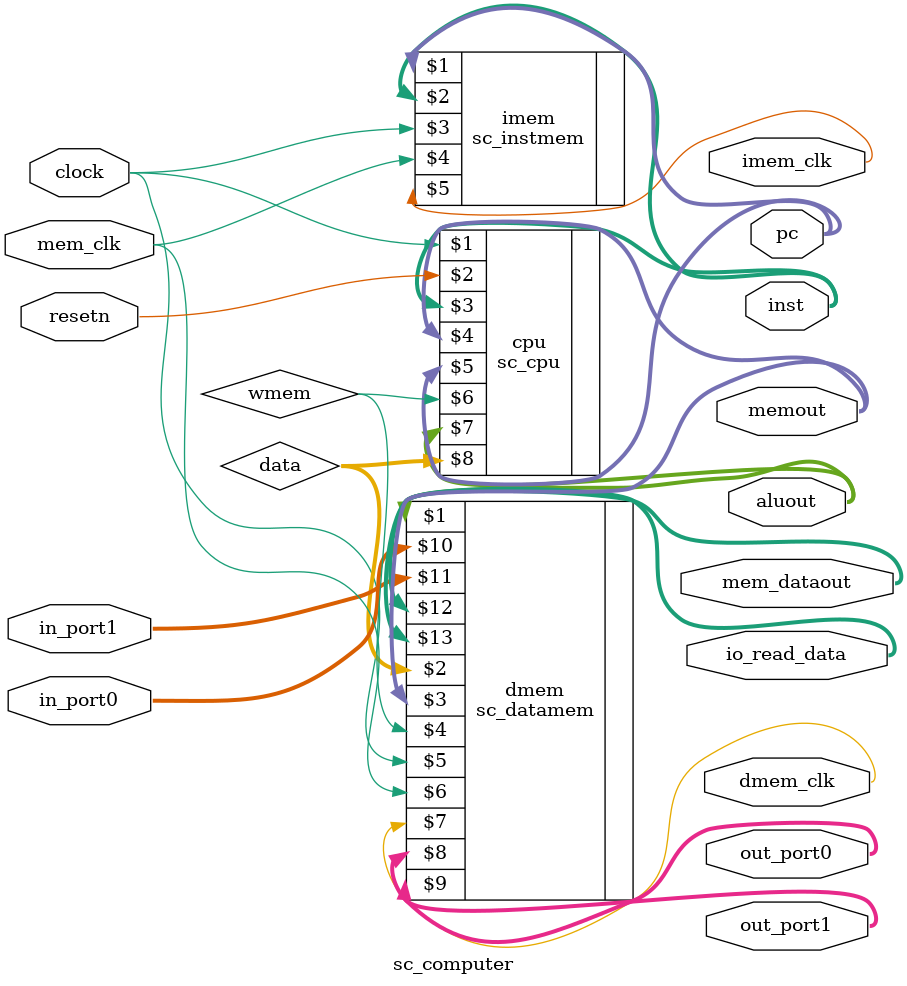
<source format=v>

module sc_computer (resetn,clock,mem_clk,pc,inst,aluout,memout,imem_clk,dmem_clk,
                     in_port0,in_port1,out_port0,out_port1,mem_dataout,io_read_data);
   
   input resetn,clock,mem_clk;
   input [31:0] in_port0, in_port1;
   output [31:0] pc,inst,aluout,memout,out_port0,out_port1;
   output        imem_clk,dmem_clk;
   output [31:0] mem_dataout, io_read_data;
   wire   [31:0] data;
   wire          wmem; // all these "wire"s are used to connect or interface the cpu,dmem,imem and so on.
   
   sc_cpu cpu (clock,resetn,inst,memout,pc,wmem,aluout,data);          // CPU module.
   sc_instmem  imem (pc,inst,clock,mem_clk,imem_clk);                  // instruction memory.
   sc_datamem  dmem (aluout,data,memout,wmem,clock,mem_clk,dmem_clk,
                     out_port0,out_port1,in_port0,in_port1,mem_dataout,io_read_data); // data memory.

endmodule




</source>
